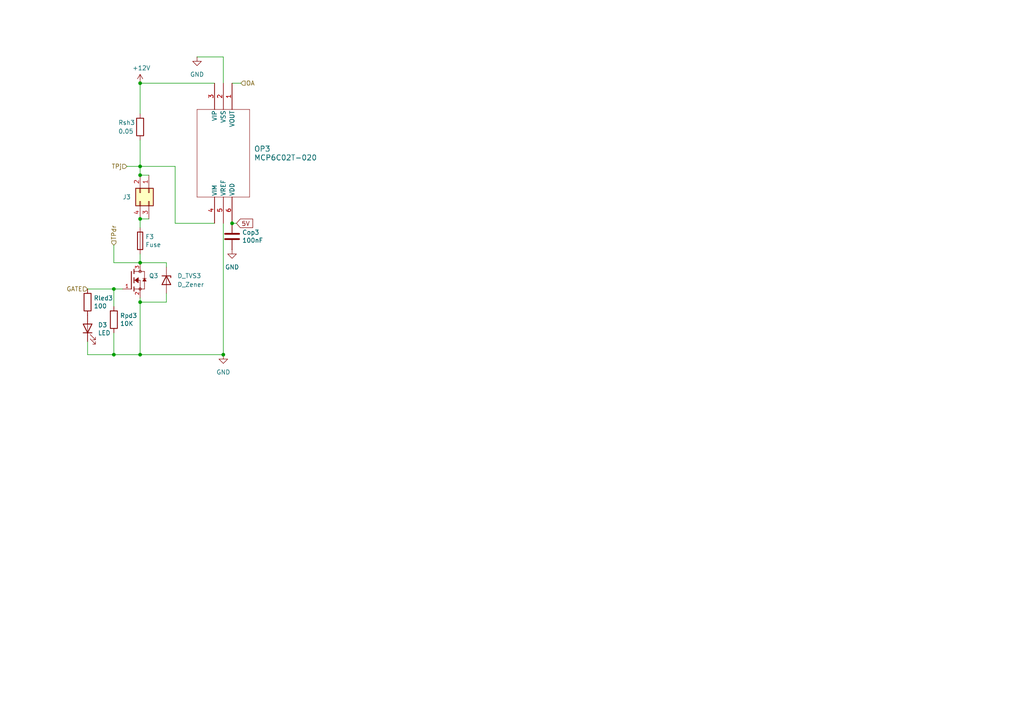
<source format=kicad_sch>
(kicad_sch (version 20250114) (generator "eeschema") (generator_version "9.0")
  (paper "A4")
  (lib_symbols
    (symbol "Connector_Generic:Conn_02x02_Top_Bottom" (pin_names (offset 1.016) (hide yes))
      (property "Reference" "J" (at 1.27 2.54 0))
      (property "Value" "Conn_02x02_Top_Bottom" (at 1.27 -5.08 0))
      (symbol "Conn_02x02_Top_Bottom_1_1"
        (rectangle (start -1.27 1.27) (end 3.81 -3.81) (stroke (width 0.254)) (fill (type background)))
        (rectangle (start -1.27 0.127) (end 0 -0.127) (stroke (width 0.1524)))
        (rectangle (start -1.27 -2.413) (end 0 -2.667) (stroke (width 0.1524)))
        (rectangle (start 3.81 0.127) (end 2.54 -0.127) (stroke (width 0.1524)))
        (rectangle (start 3.81 -2.413) (end 2.54 -2.667) (stroke (width 0.1524)))
        (pin passive line (at -5.08 0 0) (length 3.81) (name "Pin_1") (number "1"))
        (pin passive line (at -5.08 -2.54 0) (length 3.81) (name "Pin_2") (number "2"))
        (pin passive line (at 7.62 0 180) (length 3.81) (name "Pin_3") (number "3"))
        (pin passive line (at 7.62 -2.54 180) (length 3.81) (name "Pin_4") (number "4"))
      )
    )
    (symbol "Device:C" (pin_numbers (hide yes)) (pin_names (offset 0.254))
      (property "Reference" "C" (at 0.635 2.54 0))
      (property "Value" "C" (at 0.635 -2.54 0))
      (symbol "C_0_1"
        (polyline (pts (xy -2.032 0.762) (xy 2.032 0.762)) (stroke (width 0.508)))
        (polyline (pts (xy -2.032 -0.762) (xy 2.032 -0.762)) (stroke (width 0.508)))
      )
      (symbol "C_1_1"
        (pin passive line (at 0 3.81 270) (length 2.794) (name "~") (number "1"))
        (pin passive line (at 0 -3.81 90) (length 2.794) (name "~") (number "2"))
      )
    )
    (symbol "Device:D_Zener" (pin_numbers (hide yes)) (pin_names (offset 1.016) (hide yes))
      (property "Reference" "D" (at 0 2.54 0))
      (property "Value" "D_Zener" (at 0 -2.54 0))
      (symbol "D_Zener_0_1"
        (polyline (pts (xy -1.27 -1.27) (xy -1.27 1.27) (xy -0.762 1.27)) (stroke (width 0.254)))
        (polyline (pts (xy 1.27 0) (xy -1.27 0)))
        (polyline (pts (xy 1.27 -1.27) (xy 1.27 1.27) (xy -1.27 0) (xy 1.27 -1.27)) (stroke (width 0.254)))
      )
      (symbol "D_Zener_1_1"
        (pin passive line (at -3.81 0 0) (length 2.54) (name "K") (number "1"))
        (pin passive line (at 3.81 0 180) (length 2.54) (name "A") (number "2"))
      )
    )
    (symbol "Device:Fuse" (pin_numbers (hide yes)) (pin_names (offset 0))
      (property "Reference" "F" (at 2.032 0 90))
      (property "Value" "Fuse" (at -1.905 0 90))
      (symbol "Fuse_0_1"
        (rectangle (start -0.762 -2.54) (end 0.762 2.54) (stroke (width 0.254)))
        (polyline (pts (xy 0 2.54) (xy 0 -2.54)))
      )
      (symbol "Fuse_1_1"
        (pin passive line (at 0 3.81 270) (length 1.27) (name "~") (number "1"))
        (pin passive line (at 0 -3.81 90) (length 1.27) (name "~") (number "2"))
      )
    )
    (symbol "Device:LED" (pin_numbers (hide yes)) (pin_names (offset 1.016) (hide yes))
      (property "Reference" "D" (at 0 2.54 0))
      (property "Value" "LED" (at 0 -2.54 0))
      (symbol "LED_0_1"
        (polyline (pts (xy -3.048 -0.762) (xy -4.572 -2.286) (xy -3.81 -2.286) (xy -4.572 -2.286) (xy -4.572 -1.524)))
        (polyline (pts (xy -1.778 -0.762) (xy -3.302 -2.286) (xy -2.54 -2.286) (xy -3.302 -2.286) (xy -3.302 -1.524)))
        (polyline (pts (xy -1.27 0) (xy 1.27 0)))
        (polyline (pts (xy -1.27 -1.27) (xy -1.27 1.27)) (stroke (width 0.254)))
        (polyline (pts (xy 1.27 -1.27) (xy 1.27 1.27) (xy -1.27 0) (xy 1.27 -1.27)) (stroke (width 0.254)))
      )
      (symbol "LED_1_1"
        (pin passive line (at -3.81 0 0) (length 2.54) (name "K") (number "1"))
        (pin passive line (at 3.81 0 180) (length 2.54) (name "A") (number "2"))
      )
    )
    (symbol "Device:R" (pin_numbers (hide yes)) (pin_names (offset 0))
      (property "Reference" "R" (at 2.032 0 90))
      (property "Value" "R" (at 0 0 90))
      (symbol "R_0_1"
        (rectangle (start -1.016 -2.54) (end 1.016 2.54) (stroke (width 0.254)))
      )
      (symbol "R_1_1"
        (pin passive line (at 0 3.81 270) (length 1.27) (name "~") (number "1"))
        (pin passive line (at 0 -3.81 90) (length 1.27) (name "~") (number "2"))
      )
    )
    (symbol "MCP6C02T-020E_CHY_1" (pin_names (offset 0.254))
      (property "Reference" "OP2" (at 19.0499 6.35 90))
      (property "Value" "MCP6C02T-020E/CHY" (at 21.5899 6.35 90))
      (symbol "MCP6C02T-020E_CHY_1_0_1"
        (polyline (pts (xy 7.62 5.08) (xy 7.62 -10.16)) (stroke (width 0.127)))
        (polyline (pts (xy 7.62 -10.16) (xy 33.02 -10.16)) (stroke (width 0.127)))
        (polyline (pts (xy 33.02 5.08) (xy 7.62 5.08)) (stroke (width 0.127)))
        (polyline (pts (xy 33.02 -10.16) (xy 33.02 5.08)) (stroke (width 0.127)))
        (pin output line (at 0 0 0) (length 7.62) (name "VOUT") (number "1"))
        (pin input line (at 0 -5.08 0) (length 7.62) (name "VIP") (number "3"))
        (pin power_in line (at 40.64 0 180) (length 7.62) (name "VDD") (number "6"))
        (pin input line (at 40.64 -2.54 180) (length 7.62) (name "VREF") (number "5"))
        (pin input line (at 40.64 -5.08 180) (length 7.62) (name "VIM") (number "4"))
      )
      (symbol "MCP6C02T-020E_CHY_1_1_1"
        (pin passive line (at 0 -2.54 0) (length 7.62) (name "VSS") (number "2"))
      )
    )
    (symbol "power:+12V" (power) (pin_numbers (hide yes)) (pin_names (offset 0) (hide yes))
      (property "Value" "+12V" (at 0 3.556 0))
      (symbol "+12V_0_1"
        (polyline (pts (xy -0.762 1.27) (xy 0 2.54)))
        (polyline (pts (xy 0 2.54) (xy 0.762 1.27)))
        (polyline (pts (xy 0 0) (xy 0 2.54)))
      )
      (symbol "+12V_1_1"
        (pin power_in line (at 0 0 90) (length 0) (name "~") (number "1"))
      )
    )
    (symbol "power:GND" (power) (pin_numbers (hide yes)) (pin_names (offset 0) (hide yes))
      (property "Value" "GND" (at 0 -3.81 0))
      (symbol "GND_0_1"
        (polyline (pts (xy 0 0) (xy 0 -1.27) (xy 1.27 -1.27) (xy 0 -2.54) (xy -1.27 -1.27) (xy 0 -1.27)))
      )
      (symbol "GND_1_1"
        (pin power_in line (at 0 0 270) (length 0) (name "~") (number "1"))
      )
    )
    (symbol "sym:IRLML6344TRPBF" (pin_names (offset 1.016))
      (property "Reference" "Q" (at -8.89 2.54 0))
      (property "Value" "IRLML6344TRPBF" (at -8.89 -7.62 0))
      (symbol "IRLML6344TRPBF_0_0"
        (polyline (pts (xy 0 2.54) (xy 0 -2.54)) (stroke (width 0.254)))
        (polyline (pts (xy 0.762 3.175) (xy 0.762 2.54)) (stroke (width 0.254)))
        (polyline (pts (xy 0.762 2.54) (xy 0.762 1.905)) (stroke (width 0.254)))
        (polyline (pts (xy 0.762 2.54) (xy 3.81 2.54)) (stroke (width 0.1524)))
        (polyline (pts (xy 0.762 0.762) (xy 0.762 0)) (stroke (width 0.254)))
        (polyline (pts (xy 0.762 0) (xy 0.762 -0.762)) (stroke (width 0.254)))
        (polyline (pts (xy 0.762 0) (xy 2.54 0)) (stroke (width 0.1524)))
        (polyline (pts (xy 0.762 -1.905) (xy 0.762 -3.175)) (stroke (width 0.254)))
        (polyline (pts (xy 1.016 0) (xy 2.032 0.762) (xy 2.032 -0.762) (xy 1.016 0)) (stroke (width 0.1524)) (fill (type outline)))
        (circle (center 2.54 2.54) (radius 0.3592))
        (polyline (pts (xy 2.54 0) (xy 2.54 -2.54)) (stroke (width 0.1524)))
        (circle (center 2.54 -2.54) (radius 0.3592))
        (polyline (pts (xy 3.81 2.54) (xy 3.81 0.508)) (stroke (width 0.1524)))
        (polyline (pts (xy 3.81 0.508) (xy 3.302 0.508)) (stroke (width 0.1524)))
        (polyline (pts (xy 3.81 0.508) (xy 3.81 -2.54)) (stroke (width 0.1524)))
        (polyline (pts (xy 3.81 0.508) (xy 3.302 -0.254) (xy 4.318 -0.254) (xy 3.81 0.508)) (stroke (width 0.1524)) (fill (type outline)))
        (polyline (pts (xy 3.81 -2.54) (xy 0.762 -2.54)) (stroke (width 0.1524)))
        (polyline (pts (xy 4.318 0.508) (xy 3.81 0.508)) (stroke (width 0.1524)))
        (pin passive line (at -2.54 -2.54 0) (length 2.54) (name "~") (number "1"))
        (pin passive line (at 2.54 5.08 270) (length 2.54) (name "~") (number "3"))
        (pin passive line (at 2.54 -5.08 90) (length 2.54) (name "~") (number "2"))
      )
    )
  )
  (junction (at 40.64 48.26))
  (junction (at 40.64 24.13))
  (junction (at 64.77 102.87))
  (junction (at 67.31 64.77))
  (junction (at 33.02 83.82))
  (junction (at 40.64 50.8))
  (junction (at 40.64 87.63))
  (junction (at 33.02 102.87))
  (junction (at 40.64 63.5))
  (junction (at 40.64 102.87))
  (junction (at 40.64 76.2))
  (wire (pts (xy 40.64 87.63) (xy 40.64 102.87)))
  (wire (pts (xy 25.4 102.87) (xy 33.02 102.87)))
  (wire (pts (xy 40.64 40.64) (xy 40.64 48.26)))
  (wire (pts (xy 36.83 48.26) (xy 40.64 48.26)))
  (wire (pts (xy 33.02 102.87) (xy 40.64 102.87)))
  (wire (pts (xy 33.02 83.82) (xy 35.56 83.82)))
  (wire (pts (xy 48.26 87.63) (xy 40.64 87.63)))
  (wire (pts (xy 33.02 83.82) (xy 33.02 88.9)))
  (wire (pts (xy 40.64 102.87) (xy 64.77 102.87)))
  (wire (pts (xy 25.4 83.82) (xy 33.02 83.82)))
  (wire (pts (xy 40.64 76.2) (xy 48.26 76.2)))
  (wire (pts (xy 50.8 64.77) (xy 50.8 48.26)))
  (wire (pts (xy 40.64 48.26) (xy 40.64 50.8)))
  (wire (pts (xy 33.02 76.2) (xy 40.64 76.2)))
  (wire (pts (xy 50.8 48.26) (xy 40.64 48.26)))
  (wire (pts (xy 40.64 73.66) (xy 40.64 76.2)))
  (wire (pts (xy 25.4 99.06) (xy 25.4 102.87)))
  (wire (pts (xy 64.77 16.51) (xy 57.15 16.51)))
  (wire (pts (xy 40.64 24.13) (xy 62.23 24.13)))
  (wire (pts (xy 33.02 96.52) (xy 33.02 102.87)))
  (wire (pts (xy 40.64 63.5) (xy 43.18 63.5)))
  (wire (pts (xy 43.18 50.8) (xy 40.64 50.8)))
  (wire (pts (xy 68.58 64.77) (xy 67.31 64.77)))
  (wire (pts (xy 64.77 64.77) (xy 64.77 102.87)))
  (wire (pts (xy 40.64 63.5) (xy 40.64 66.04)))
  (wire (pts (xy 48.26 85.09) (xy 48.26 87.63)))
  (wire (pts (xy 48.26 77.47) (xy 48.26 76.2)))
  (wire (pts (xy 62.23 64.77) (xy 50.8 64.77)))
  (wire (pts (xy 64.77 24.13) (xy 64.77 16.51)))
  (wire (pts (xy 40.64 33.02) (xy 40.64 24.13)))
  (wire (pts (xy 40.64 86.36) (xy 40.64 87.63)))
  (wire (pts (xy 69.85 24.13) (xy 67.31 24.13)))
  (wire (pts (xy 33.02 71.12) (xy 33.02 76.2)))
  (global_label "5V" (shape input) (at 68.58 64.77 0) (property "Intersheetrefs" "${INTERSHEET_REFS}" (effects (hide yes))))
  (hierarchical_label "TPdr" (shape input) (at 33.02 71.12 90))
  (hierarchical_label "TPj" (shape input) (at 36.83 48.26 180))
  (hierarchical_label "GATE" (shape input) (at 25.4 83.82 180))
  (hierarchical_label "OA" (shape input) (at 69.85 24.13 0))
  (symbol (lib_id "Device:C") (at 67.31 68.58 0) (unit 1)
    (property "Reference" "Cop1" (at 70.231 67.4116 0) (effects (justify left)))
    (property "Value" "100nF" (at 70.231 69.723 0) (effects (justify left)))
    (property "Footprint" "Capacitor_SMD:C_0805_2012Metric" (effects (hide yes)))
    (instances (project "New CAN Accessories board" (path "" (reference "Cop3") (unit 1)) (path "" (reference "Cop2") (unit 1)) (path "" (reference "Cop8") (unit 1)) (path "" (reference "Cop7") (unit 1)) (path "" (reference "Cop6") (unit 1)) (path "" (reference "Cop4") (unit 1)) (path "" (reference "Cop5") (unit 1)) (path "" (reference "Cop1") (unit 1))))
  )
  (symbol (lib_id "sym:IRLML6344TRPBF") (at 38.1 81.28 0) (unit 1)
    (property "Reference" "Q1" (at 43.18 80.0099 0) (effects (justify left)))
    (property "Value" "IRLML6344TRPBF" (effects (hide yes)))
    (property "Footprint" "Package_TO_SOT_SMD:TSOT-23" (effects (hide yes)))
    (property "Datasheet" "https://www.infineon.com/assets/row/public/documents/24/49/infineon-irlml6344-datasheet-en.pdf?fileId=5546d462533600a4015356689c44262c" (effects (hide yes)))
    (property "MAXIMUM_PACKAGE_HEIGHT" "1.12mm" (effects (hide yes)))
    (property "CREATOR" "DIZAR" (effects (hide yes)))
    (property "STANDARD" "Manufacturer Recommendations" (effects (hide yes)))
    (property "PARTREV" "December 19, 2014" (effects (hide yes)))
    (property "MANUFACTURER" "Infineon" (effects (hide yes)))
    (instances (project "New CAN Accessories board" (path "" (reference "Q3") (unit 1)) (path "" (reference "Q2") (unit 1)) (path "" (reference "Q8") (unit 1)) (path "" (reference "Q7") (unit 1)) (path "" (reference "Q6") (unit 1)) (path "" (reference "Q4") (unit 1)) (path "" (reference "Q5") (unit 1)) (path "" (reference "Q1") (unit 1))))
  )
  (symbol (lib_name "MCP6C02T-020E_CHY_1") (lib_id "sym:MCP6C02T-020E_CHY") (at 67.31 24.13 270) (unit 1)
    (property "Reference" "OP1" (at 73.66 43.1799 90) (effects (font (size 1.524 1.524)) (justify left)))
    (property "Value" "MCP6C02T-020" (at 73.66 45.7199 90) (effects (font (size 1.524 1.524)) (justify left)))
    (property "Footprint" "Package_TO_SOT_SMD:SOT-23-6_Handsoldering" (effects (hide yes)))
    (property "Datasheet" "https://ww1.microchip.com/downloads/aemDocuments/documents/OTH/ProductDocuments/DataSheets/Zero-Drift-65V-High-Side-Current-Sense-Amplifier-DS20006129C.pdf" (effects (hide yes)))
    (instances (project "New CAN Accessories board" (path "" (reference "OP3") (unit 1)) (path "" (reference "OP2") (unit 1)) (path "" (reference "OP8") (unit 1)) (path "" (reference "OP7") (unit 1)) (path "" (reference "OP6") (unit 1)) (path "" (reference "OP4") (unit 1)) (path "" (reference "OP5") (unit 1)) (path "" (reference "OP1") (unit 1))))
  )
  (symbol (lib_id "Device:Fuse") (at 40.64 69.85 0) (unit 1)
    (property "Reference" "F1" (at 42.164 68.6816 0) (effects (justify left)))
    (property "Value" "Fuse" (at 42.164 70.993 0) (effects (justify left)))
    (property "Footprint" "footprint:3586KTR" (effects (hide yes)))
    (property "Datasheet" "https://www.mouser.ca/ProductDetail/Keystone-Electronics/3586KTR?qs=MLItCLRbWswr3cYbaVsdog==" (effects (hide yes)))
    (property "Description" "3586KTR" (effects (hide yes)))
    (instances (project "New CAN Accessories board" (path "" (reference "F3") (unit 1)) (path "" (reference "F2") (unit 1)) (path "" (reference "F8") (unit 1)) (path "" (reference "F7") (unit 1)) (path "" (reference "F6") (unit 1)) (path "" (reference "F4") (unit 1)) (path "" (reference "F5") (unit 1)) (path "" (reference "F1") (unit 1))))
  )
  (symbol (lib_id "Device:R") (at 33.02 92.71 0) (unit 1)
    (property "Reference" "Rpd1" (at 34.798 91.5416 0) (effects (justify left)))
    (property "Value" "10K" (at 34.798 93.853 0) (effects (justify left)))
    (property "Footprint" "Resistor_SMD:R_0805_2012Metric" (effects (hide yes)))
    (property "Datasheet" "https://www.susumu.co.jp/common/pdf/n_catalog_partition23_en.pdf" (effects (hide yes)))
    (property "Description" "RS2012P-103-D-T5-3" (effects (hide yes)))
    (instances (project "New CAN Accessories board" (path "" (reference "Rpd3") (unit 1)) (path "" (reference "Rpd2") (unit 1)) (path "" (reference "Rpd8") (unit 1)) (path "" (reference "Rpd7") (unit 1)) (path "" (reference "Rpd6") (unit 1)) (path "" (reference "Rpd4") (unit 1)) (path "" (reference "Rpd5") (unit 1)) (path "" (reference "Rpd1") (unit 1))))
  )
  (symbol (lib_id "Connector_Generic:Conn_02x02_Top_Bottom") (at 43.18 55.88 270) (unit 1)
    (property "Reference" "J1" (at 35.56 57.15 90) (effects (justify left)))
    (property "Value" "39301040" (effects (hide yes)))
    (property "Footprint" "footprint:Molex_Mini-Fit_Jr_5569-04A2_2x02_P4.20mm_Horizontal" (effects (hide yes)))
    (instances (project "New CAN Accessories board" (path "" (reference "J3") (unit 1)) (path "" (reference "J2") (unit 1)) (path "" (reference "J8") (unit 1)) (path "" (reference "J7") (unit 1)) (path "" (reference "J6") (unit 1)) (path "" (reference "J4") (unit 1)) (path "" (reference "J5") (unit 1)) (path "" (reference "J1") (unit 1))))
  )
  (symbol (lib_id "power:+12V") (at 40.64 24.13 0) (unit 1)
    (property "Reference" "#PWR042" (effects (hide yes)))
    (property "Value" "+12V" (at 41.021 19.7358 0))
    (instances (project "New CAN Accessories board" (path "" (reference "#PWR010") (unit 1)) (path "" (reference "#PWR01") (unit 1)) (path "" (reference "#PWR032") (unit 1)) (path "" (reference "#PWR028") (unit 1)) (path "" (reference "#PWR024") (unit 1)) (path "" (reference "#PWR014") (unit 1)) (path "" (reference "#PWR020") (unit 1)) (path "" (reference "#PWR042") (unit 1))))
  )
  (symbol (lib_id "power:GND") (at 57.15 16.51 0) (unit 1)
    (property "Reference" "#PWR043" (effects (hide yes)))
    (property "Value" "GND" (at 57.15 21.59 0))
    (property "Description" "Power symbol creates a global label with name \"GND\" , ground" (effects (hide yes)))
    (instances (project "New CAN Accessories board" (path "" (reference "#PWR011") (unit 1)) (path "" (reference "#PWR03") (unit 1)) (path "" (reference "#PWR033") (unit 1)) (path "" (reference "#PWR029") (unit 1)) (path "" (reference "#PWR025") (unit 1)) (path "" (reference "#PWR015") (unit 1)) (path "" (reference "#PWR021") (unit 1)) (path "" (reference "#PWR043") (unit 1))))
  )
  (symbol (lib_id "Device:D_Zener") (at 48.26 81.28 270) (unit 1)
    (property "Reference" "D_TVS1" (at 51.435 80.0099 90) (effects (justify left)))
    (property "Value" "D_Zener" (at 51.435 82.5499 90) (effects (justify left)))
    (property "Footprint" "Diode_SMD:D_SMF" (effects (hide yes)))
    (property "Description" "Zener diode" (effects (hide yes)))
    (instances (project "New CAN Accessories board" (path "" (reference "D_TVS3") (unit 1)) (path "" (reference "D_TVS2") (unit 1)) (path "" (reference "D_TVS8") (unit 1)) (path "" (reference "D_TVS7") (unit 1)) (path "" (reference "D_TVS6") (unit 1)) (path "" (reference "D_TVS4") (unit 1)) (path "" (reference "D_TVS5") (unit 1)) (path "" (reference "D_TVS1") (unit 1))))
  )
  (symbol (lib_id "power:GND") (at 67.31 72.39 0) (unit 1)
    (property "Reference" "#PWR045" (effects (hide yes)))
    (property "Value" "GND" (at 67.31 77.47 0))
    (property "Description" "Power symbol creates a global label with name \"GND\" , ground" (effects (hide yes)))
    (instances (project "New CAN Accessories board" (path "" (reference "#PWR013") (unit 1)) (path "" (reference "#PWR09") (unit 1)) (path "" (reference "#PWR035") (unit 1)) (path "" (reference "#PWR031") (unit 1)) (path "" (reference "#PWR027") (unit 1)) (path "" (reference "#PWR019") (unit 1)) (path "" (reference "#PWR023") (unit 1)) (path "" (reference "#PWR045") (unit 1))))
  )
  (symbol (lib_id "power:GND") (at 64.77 102.87 0) (unit 1)
    (property "Reference" "#PWR044" (effects (hide yes)))
    (property "Value" "GND" (at 64.77 107.95 0))
    (property "Description" "Power symbol creates a global label with name \"GND\" , ground" (effects (hide yes)))
    (instances (project "New CAN Accessories board" (path "" (reference "#PWR012") (unit 1)) (path "" (reference "#PWR06") (unit 1)) (path "" (reference "#PWR034") (unit 1)) (path "" (reference "#PWR030") (unit 1)) (path "" (reference "#PWR026") (unit 1)) (path "" (reference "#PWR018") (unit 1)) (path "" (reference "#PWR022") (unit 1)) (path "" (reference "#PWR044") (unit 1))))
  )
  (symbol (lib_id "Device:R") (at 25.4 87.63 0) (unit 1)
    (property "Reference" "Rled1" (at 27.178 86.4616 0) (effects (justify left)))
    (property "Value" "100" (at 27.178 88.773 0) (effects (justify left)))
    (property "Footprint" "Resistor_SMD:R_0805_2012Metric" (effects (hide yes)))
    (property "Datasheet" "https://www.yageo.com/upload/media/product/productsearch/datasheet/rchip/PYu-RT_1-to-0.01_RoHS_L_12.pdf" (effects (hide yes)))
    (property "Description" "RT0805BRD07100RL" (effects (hide yes)))
    (instances (project "New CAN Accessories board" (path "" (reference "Rled3") (unit 1)) (path "" (reference "Rled2") (unit 1)) (path "" (reference "Rled8") (unit 1)) (path "" (reference "Rled7") (unit 1)) (path "" (reference "Rled6") (unit 1)) (path "" (reference "Rled4") (unit 1)) (path "" (reference "Rled5") (unit 1)) (path "" (reference "Rled1") (unit 1))))
  )
  (symbol (lib_id "Device:LED") (at 25.4 95.25 90) (unit 1)
    (property "Reference" "D1" (at 28.3972 94.2594 90) (effects (justify right)))
    (property "Value" "LED" (at 28.3972 96.5708 90) (effects (justify right)))
    (property "Footprint" "LED_SMD:LED_0805_2012Metric" (effects (hide yes)))
    (property "Datasheet" "https://www.kingbrightusa.com/images/catalog/SPEC/APT1608SECK-J3-PRV.pdf" (effects (hide yes)))
    (property "Description" "SML-310LTT86" (effects (hide yes)))
    (instances (project "New CAN Accessories board" (path "" (reference "D3") (unit 1)) (path "" (reference "D2") (unit 1)) (path "" (reference "D8") (unit 1)) (path "" (reference "D7") (unit 1)) (path "" (reference "D6") (unit 1)) (path "" (reference "D4") (unit 1)) (path "" (reference "D5") (unit 1)) (path "" (reference "D1") (unit 1))))
  )
  (symbol (lib_id "Device:R") (at 40.64 36.83 0) (unit 1)
    (property "Reference" "Rsh1" (at 34.29 35.56 0) (effects (justify left)))
    (property "Value" "0.05" (at 34.29 38.1 0) (effects (justify left)))
    (property "Footprint" "Resistor_SMD:R_2512_6332Metric_Pad1.40x3.35mm_HandSolder" (effects (hide yes)))
    (property "Description" "Resistor" (effects (hide yes)))
    (instances (project "New CAN Accessories board" (path "" (reference "Rsh3") (unit 1)) (path "" (reference "Rsh2") (unit 1)) (path "" (reference "Rsh8") (unit 1)) (path "" (reference "Rsh7") (unit 1)) (path "" (reference "Rsh6") (unit 1)) (path "" (reference "Rsh4") (unit 1)) (path "" (reference "Rsh5") (unit 1)) (path "" (reference "Rsh1") (unit 1))))
  )
)
</source>
